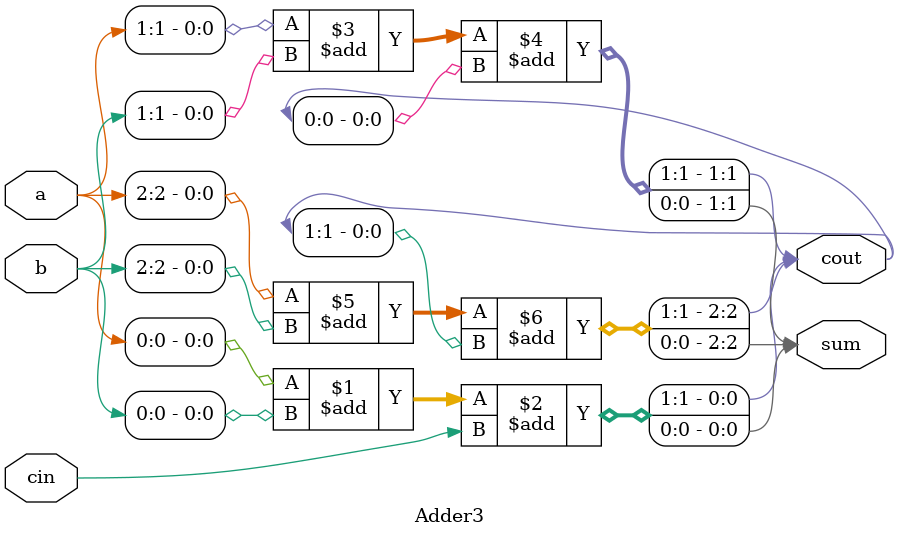
<source format=v>
`timescale 1ns / 1ps


module Adder3(
    input [2:0] a, b,
    input cin,
    output [2:0] cout,
    output [2:0] sum
    );
	
	assign {cout[0],sum[0]} = a[0] + b[0] +cin;
    assign {cout[1],sum[1]} = a[1] + b[1] +cout[0];
    assign {cout[2],sum[2]} = a[2] + b[2] +cout[1];
endmodule

</source>
